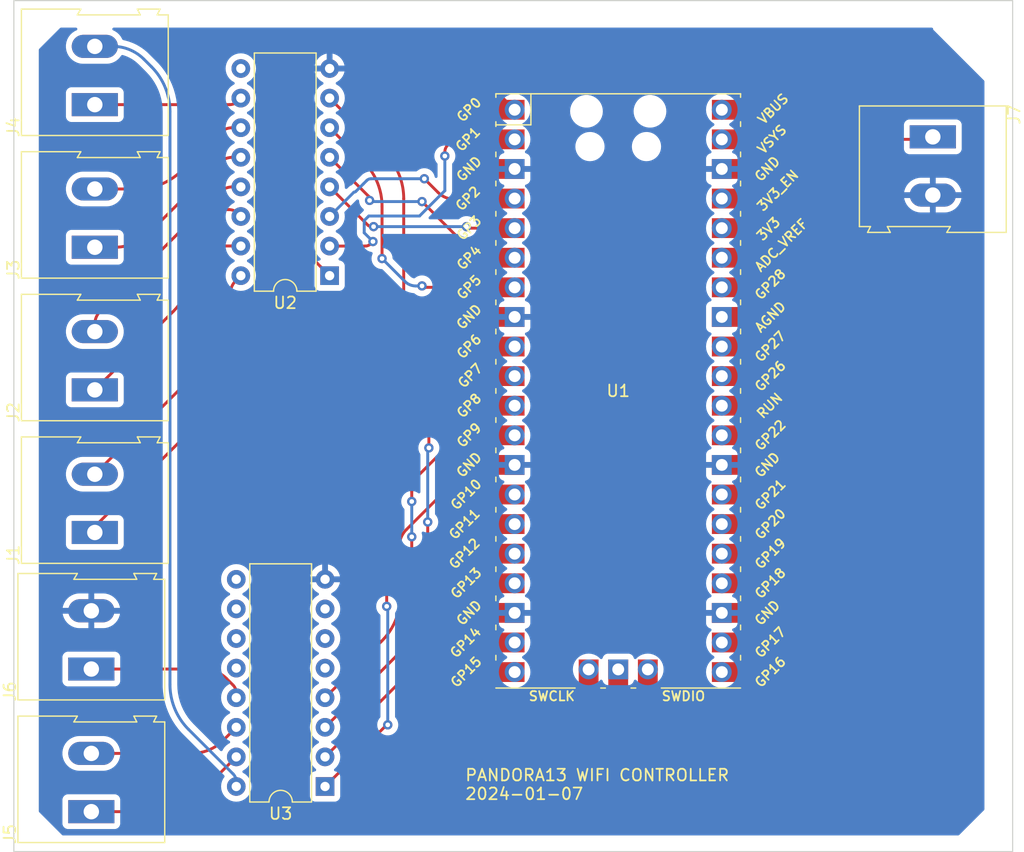
<source format=kicad_pcb>
(kicad_pcb (version 20221018) (generator pcbnew)
  (layers (0 "F.Cu" signal) (31 "B.Cu" signal) (34 "B.Paste" user) (35 "F.Paste" user) (36 "B.SilkS" user "B.Silkscreen") (37 "F.SilkS" user "F.Silkscreen") (38 "B.Mask" user) (39 "F.Mask" user) (44 "Edge.Cuts" user))
  (net 0 "")
  (net 1 "Net-(J1-Pin_1)")
  (net 2 "Net-(J1-Pin_2)")
  (net 3 "Net-(J2-Pin_1)")
  (net 4 "Net-(J2-Pin_2)")
  (net 5 "Net-(J3-Pin_1)")
  (net 6 "Net-(J3-Pin_2)")
  (net 7 "Net-(J4-Pin_1)")
  (net 8 "Net-(J4-Pin_2)")
  (net 9 "Net-(J5-Pin_1)")
  (net 10 "Net-(J5-Pin_2)")
  (net 11 "Net-(J6-Pin_1)")
  (net 12 "GND")
  (net 13 "+5V")
  (net 14 "Net-(U1-GPIO0)")
  (net 15 "Net-(U1-GPIO1)")
  (net 16 "Net-(U1-GPIO2)")
  (net 17 "Net-(U1-GPIO3)")
  (net 18 "Net-(U1-GPIO4)")
  (net 19 "Net-(U1-GPIO5)")
  (net 20 "Net-(U1-GPIO6)")
  (net 21 "Net-(U1-GPIO7)")
  (net 22 "Net-(U1-GPIO8)")
  (net 23 "Net-(U1-GPIO9)")
  (net 24 "Net-(U1-GPIO10)")
  (footprint "TerminalBlock:TerminalBlock_Altech_AK300-2_P5.00mm" (layer "F.Cu") (at 57.14 98.87 90)
    (fp_text reference "J1" (at -1.92 -6.99 90) (layer "F.SilkS"))
    (fp_text value "Screw_Terminal_01x02" hide)
    (pad "1" thru_hole rect (at 0 0 90) (size 1.98 3.96) (drill 1.32) (layers "*.Cu" "*.Mask") (net 1 "Net-(J1-Pin_1)"))
    (pad "2" thru_hole oval (at 5 0 90) (size 1.98 3.96) (drill 1.32) (layers "*.Cu" "*.Mask") (net 2 "Net-(J1-Pin_2)"))
  )
  (footprint "TerminalBlock:TerminalBlock_Altech_AK300-2_P5.00mm" (layer "F.Cu") (at 56.84 110.59 90)
    (fp_text reference "J6" (at -1.92 -6.99 90) (layer "F.SilkS"))
    (fp_text value "Screw_Terminal_01x02" hide)
    (pad "1" thru_hole rect (at 0 0 90) (size 1.98 3.96) (drill 1.32) (layers "*.Cu" "*.Mask") (net 11 "Net-(J6-Pin_1)"))
    (pad "2" thru_hole oval (at 5 0 90) (size 1.98 3.96) (drill 1.32) (layers "*.Cu" "*.Mask") (net 12 "GND"))
  )
  (footprint "Package_DIP:DIP-16_W7.62mm" (layer "F.Cu") (at 77.29 76.83 180)
    (fp_text reference "U2" (at 3.81 -2.33) (layer "F.SilkS"))
    (fp_text value "ULN2003")
    (pad "1" thru_hole rect (at 0 0 180) (size 1.6 1.6) (drill 0.8) (layers "*.Cu" "*.Mask") (net 14 "Net-(U1-GPIO0)"))
    (pad "2" thru_hole oval (at 0 2.54 180) (size 1.6 1.6) (drill 0.8) (layers "*.Cu" "*.Mask") (net 15 "Net-(U1-GPIO1)"))
    (pad "3" thru_hole oval (at 0 5.08 180) (size 1.6 1.6) (drill 0.8) (layers "*.Cu" "*.Mask") (net 16 "Net-(U1-GPIO2)"))
    (pad "4" thru_hole oval (at 0 7.62 180) (size 1.6 1.6) (drill 0.8) (layers "*.Cu" "*.Mask") (net 17 "Net-(U1-GPIO3)"))
    (pad "5" thru_hole oval (at 0 10.16 180) (size 1.6 1.6) (drill 0.8) (layers "*.Cu" "*.Mask") (net 18 "Net-(U1-GPIO4)"))
    (pad "6" thru_hole oval (at 0 12.7 180) (size 1.6 1.6) (drill 0.8) (layers "*.Cu" "*.Mask") (net 19 "Net-(U1-GPIO5)"))
    (pad "7" thru_hole oval (at 0 15.24 180) (size 1.6 1.6) (drill 0.8) (layers "*.Cu" "*.Mask") (net 20 "Net-(U1-GPIO6)"))
    (pad "8" thru_hole oval (at 0 17.78 180) (size 1.6 1.6) (drill 0.8) (layers "*.Cu" "*.Mask") (net 12 "GND"))
    (pad "9" thru_hole oval (at 7.62 17.78 180) (size 1.6 1.6) (drill 0.8) (layers "*.Cu" "*.Mask"))
    (pad "10" thru_hole oval (at 7.62 15.24 180) (size 1.6 1.6) (drill 0.8) (layers "*.Cu" "*.Mask") (net 7 "Net-(J4-Pin_1)"))
    (pad "11" thru_hole oval (at 7.62 12.7 180) (size 1.6 1.6) (drill 0.8) (layers "*.Cu" "*.Mask") (net 6 "Net-(J3-Pin_2)"))
    (pad "12" thru_hole oval (at 7.62 10.16 180) (size 1.6 1.6) (drill 0.8) (layers "*.Cu" "*.Mask") (net 5 "Net-(J3-Pin_1)"))
    (pad "13" thru_hole oval (at 7.62 7.62 180) (size 1.6 1.6) (drill 0.8) (layers "*.Cu" "*.Mask") (net 4 "Net-(J2-Pin_2)"))
    (pad "14" thru_hole oval (at 7.62 5.08 180) (size 1.6 1.6) (drill 0.8) (layers "*.Cu" "*.Mask") (net 3 "Net-(J2-Pin_1)"))
    (pad "15" thru_hole oval (at 7.62 2.54 180) (size 1.6 1.6) (drill 0.8) (layers "*.Cu" "*.Mask") (net 2 "Net-(J1-Pin_2)"))
    (pad "16" thru_hole oval (at 7.62 0 180) (size 1.6 1.6) (drill 0.8) (layers "*.Cu" "*.Mask") (net 1 "Net-(J1-Pin_1)"))
  )
  (footprint "TerminalBlock:TerminalBlock_Altech_AK300-2_P5.00mm" (layer "F.Cu") (at 57.14 62.15 90)
    (fp_text reference "J4" (at -1.92 -6.99 90) (layer "F.SilkS"))
    (fp_text value "Screw_Terminal_01x02" hide)
    (pad "1" thru_hole rect (at 0 0 90) (size 1.98 3.96) (drill 1.32) (layers "*.Cu" "*.Mask") (net 7 "Net-(J4-Pin_1)"))
    (pad "2" thru_hole oval (at 5 0 90) (size 1.98 3.96) (drill 1.32) (layers "*.Cu" "*.Mask") (net 8 "Net-(J4-Pin_2)"))
  )
  (footprint "TerminalBlock:TerminalBlock_Altech_AK300-2_P5.00mm" (layer "F.Cu") (at 56.84 122.83 90)
    (fp_text reference "J5" (at -1.92 -6.99 90) (layer "F.SilkS"))
    (fp_text value "Screw_Terminal_01x02" hide)
    (pad "1" thru_hole rect (at 0 0 90) (size 1.98 3.96) (drill 1.32) (layers "*.Cu" "*.Mask") (net 9 "Net-(J5-Pin_1)"))
    (pad "2" thru_hole oval (at 5 0 90) (size 1.98 3.96) (drill 1.32) (layers "*.Cu" "*.Mask") (net 10 "Net-(J5-Pin_2)"))
  )
  (footprint "TerminalBlock:TerminalBlock_Altech_AK300-2_P5.00mm" (layer "F.Cu") (at 57.14 74.39 90)
    (fp_text reference "J3" (at -1.92 -6.99 90) (layer "F.SilkS"))
    (fp_text value "Screw_Terminal_01x02" hide)
    (pad "1" thru_hole rect (at 0 0 90) (size 1.98 3.96) (drill 1.32) (layers "*.Cu" "*.Mask") (net 5 "Net-(J3-Pin_1)"))
    (pad "2" thru_hole oval (at 5 0 90) (size 1.98 3.96) (drill 1.32) (layers "*.Cu" "*.Mask") (net 6 "Net-(J3-Pin_2)"))
  )
  (footprint "TerminalBlock:TerminalBlock_Altech_AK300-2_P5.00mm" (layer "F.Cu") (at 129.06 64.915 -90)
    (fp_text reference "J7" (at -1.92 -6.99 90) (layer "F.SilkS"))
    (fp_text value "Screw_Terminal_01x02")
    (pad "1" thru_hole rect (at 0 0 270) (size 1.98 3.96) (drill 1.32) (layers "*.Cu" "*.Mask") (net 13 "+5V"))
    (pad "2" thru_hole oval (at 5 0 270) (size 1.98 3.96) (drill 1.32) (layers "*.Cu" "*.Mask") (net 12 "GND"))
  )
  (footprint "RaspberryPi_foundation:RPi_Pico_SMD_TH" (layer "F.Cu") (at 102.06 86.72)
    (fp_text reference "U1" (at 0 0) (layer "F.SilkS"))
    (fp_text value "Pico")
    (fp_text user "GP5" (at -12.8 -8.89 45) (layer "F.SilkS") (effects (font (size 0.8 0.8))))
    (fp_text user "GP18" (at 13.054 16.51 45) (layer "F.SilkS") (effects (font (size 0.8 0.8))))
    (fp_text user "GP12" (at -13.2 13.97 45) (layer "F.SilkS") (effects (font (size 0.8 0.8))))
    (fp_text user "GP13" (at -13.054 16.51 45) (layer "F.SilkS") (effects (font (size 0.8 0.8))))
    (fp_text user "GP26" (at 13.054 -1.27 45) (layer "F.SilkS") (effects (font (size 0.8 0.8))))
    (fp_text user "GP2" (at -12.9 -16.51 45) (layer "F.SilkS") (effects (font (size 0.8 0.8))))
    (fp_text user "GP16" (at 13.054 24.13 45) (layer "F.SilkS") (effects (font (size 0.8 0.8))))
    (fp_text user "GP14" (at -13.1 21.59 45) (layer "F.SilkS") (effects (font (size 0.8 0.8))))
    (fp_text user "3V3_EN" (at 13.7 -17.2 45) (layer "F.SilkS") (effects (font (size 0.8 0.8))))
    (fp_text user "GP8" (at -12.8 1.27 45) (layer "F.SilkS") (effects (font (size 0.8 0.8))))
    (fp_text user "GP27" (at 13.054 -3.8 45) (layer "F.SilkS") (effects (font (size 0.8 0.8))))
    (fp_text user "GP4" (at -12.8 -11.43 45) (layer "F.SilkS") (effects (font (size 0.8 0.8))))
    (fp_text user "GND" (at 12.8 19.05 45) (layer "F.SilkS") (effects (font (size 0.8 0.8))))
    (fp_text user "VSYS" (at 13.2 -21.59 45) (layer "F.SilkS") (effects (font (size 0.8 0.8))))
    (fp_text user "GP20" (at 13.054 11.43 45) (layer "F.SilkS") (effects (font (size 0.8 0.8))))
    (fp_text user "GP15" (at -13.054 24.13 45) (layer "F.SilkS") (effects (font (size 0.8 0.8))))
    (fp_text user "GP10" (at -13.054 8.89 45) (layer "F.SilkS") (effects (font (size 0.8 0.8))))
    (fp_text user "GP1" (at -12.9 -21.6 45) (layer "F.SilkS") (effects (font (size 0.8 0.8))))
    (fp_text user "GP19" (at 13.054 13.97 45) (layer "F.SilkS") (effects (font (size 0.8 0.8))))
    (fp_text user "GP3" (at -12.8 -13.97 45) (layer "F.SilkS") (effects (font (size 0.8 0.8))))
    (fp_text user "GP17" (at 13.054 21.59 45) (layer "F.SilkS") (effects (font (size 0.8 0.8))))
    (fp_text user "GP7" (at -12.7 -1.3 45) (layer "F.SilkS") (effects (font (size 0.8 0.8))))
    (fp_text user "GND" (at 12.8 -19.05 45) (layer "F.SilkS") (effects (font (size 0.8 0.8))))
    (fp_text user "SWDIO" (at 5.6 26.2) (layer "F.SilkS") (effects (font (size 0.8 0.8))))
    (fp_text user "SWCLK" (at -5.7 26.2) (layer "F.SilkS") (effects (font (size 0.8 0.8))))
    (fp_text user "AGND" (at 13.054 -6.35 45) (layer "F.SilkS") (effects (font (size 0.8 0.8))))
    (fp_text user "GND" (at -12.8 6.35 45) (layer "F.SilkS") (effects (font (size 0.8 0.8))))
    (fp_text user "3V3" (at 12.9 -13.9 45) (layer "F.SilkS") (effects (font (size 0.8 0.8))))
    (fp_text user "GP6" (at -12.8 -3.81 45) (layer "F.SilkS") (effects (font (size 0.8 0.8))))
    (fp_text user "ADC_VREF" (at 14 -12.5 45) (layer "F.SilkS") (effects (font (size 0.8 0.8))))
    (fp_text user "GP22" (at 13.054 3.81 45) (layer "F.SilkS") (effects (font (size 0.8 0.8))))
    (fp_text user "GND" (at -12.8 19.05 45) (layer "F.SilkS") (effects (font (size 0.8 0.8))))
    (fp_text user "VBUS" (at 13.3 -24.2 45) (layer "F.SilkS") (effects (font (size 0.8 0.8))))
    (fp_text user "GND" (at 12.8 6.35 45) (layer "F.SilkS") (effects (font (size 0.8 0.8))))
    (fp_text user "GP11" (at -13.2 11.43 45) (layer "F.SilkS") (effects (font (size 0.8 0.8))))
    (fp_text user "GND" (at -12.8 -19.05 45) (layer "F.SilkS") (effects (font (size 0.8 0.8))))
    (fp_text user "GP0" (at -12.8 -24.13 45) (layer "F.SilkS") (effects (font (size 0.8 0.8))))
    (fp_text user "GP9" (at -12.8 3.81 45) (layer "F.SilkS") (effects (font (size 0.8 0.8))))
    (fp_text user "GND" (at -12.8 -6.35 45) (layer "F.SilkS") (effects (font (size 0.8 0.8))))
    (fp_text user "GP21" (at 13.054 8.9 45) (layer "F.SilkS") (effects (font (size 0.8 0.8))))
    (fp_text user "RUN" (at 13 1.27 45) (layer "F.SilkS") (effects (font (size 0.8 0.8))))
    (fp_text user "GP28" (at 13.054 -9.144 45) (layer "F.SilkS") (effects (font (size 0.8 0.8))))
    (pad "" np_thru_hole oval (at -2.725 -24) (size 1.8 1.8) (drill 1.8) (layers "*.Cu" "*.Mask"))
    (pad "" np_thru_hole oval (at -2.425 -20.97) (size 1.5 1.5) (drill 1.5) (layers "*.Cu" "*.Mask"))
    (pad "" np_thru_hole oval (at 2.425 -20.97) (size 1.5 1.5) (drill 1.5) (layers "*.Cu" "*.Mask"))
    (pad "" np_thru_hole oval (at 2.725 -24) (size 1.8 1.8) (drill 1.8) (layers "*.Cu" "*.Mask"))
    (pad "1" thru_hole oval (at -8.89 -24.13) (size 1.7 1.7) (drill 1.02) (layers "*.Cu" "*.Mask") (net 14 "Net-(U1-GPIO0)"))
    (pad "1" smd rect (at -8.89 -24.13) (size 3.5 1.7) (drill (offset -0.9 0)) (layers "F.Cu" "F.Mask") (net 14 "Net-(U1-GPIO0)"))
    (pad "2" thru_hole oval (at -8.89 -21.59) (size 1.7 1.7) (drill 1.02) (layers "*.Cu" "*.Mask") (net 15 "Net-(U1-GPIO1)"))
    (pad "2" smd rect (at -8.89 -21.59) (size 3.5 1.7) (drill (offset -0.9 0)) (layers "F.Cu" "F.Mask") (net 15 "Net-(U1-GPIO1)"))
    (pad "3" thru_hole rect (at -8.89 -19.05) (size 1.7 1.7) (drill 1.02) (layers "*.Cu" "*.Mask") (net 12 "GND"))
    (pad "3" smd rect (at -8.89 -19.05) (size 3.5 1.7) (drill (offset -0.9 0)) (layers "F.Cu" "F.Mask") (net 12 "GND"))
    (pad "4" thru_hole oval (at -8.89 -16.51) (size 1.7 1.7) (drill 1.02) (layers "*.Cu" "*.Mask") (net 16 "Net-(U1-GPIO2)"))
    (pad "4" smd rect (at -8.89 -16.51) (size 3.5 1.7) (drill (offset -0.9 0)) (layers "F.Cu" "F.Mask") (net 16 "Net-(U1-GPIO2)"))
    (pad "5" thru_hole oval (at -8.89 -13.97) (size 1.7 1.7) (drill 1.02) (layers "*.Cu" "*.Mask") (net 17 "Net-(U1-GPIO3)"))
    (pad "5" smd rect (at -8.89 -13.97) (size 3.5 1.7) (drill (offset -0.9 0)) (layers "F.Cu" "F.Mask") (net 17 "Net-(U1-GPIO3)"))
    (pad "6" thru_hole oval (at -8.89 -11.43) (size 1.7 1.7) (drill 1.02) (layers "*.Cu" "*.Mask") (net 18 "Net-(U1-GPIO4)"))
    (pad "6" smd rect (at -8.89 -11.43) (size 3.5 1.7) (drill (offset -0.9 0)) (layers "F.Cu" "F.Mask") (net 18 "Net-(U1-GPIO4)"))
    (pad "7" thru_hole oval (at -8.89 -8.89) (size 1.7 1.7) (drill 1.02) (layers "*.Cu" "*.Mask") (net 19 "Net-(U1-GPIO5)"))
    (pad "7" smd rect (at -8.89 -8.89) (size 3.5 1.7) (drill (offset -0.9 0)) (layers "F.Cu" "F.Mask") (net 19 "Net-(U1-GPIO5)"))
    (pad "8" thru_hole rect (at -8.89 -6.35) (size 1.7 1.7) (drill 1.02) (layers "*.Cu" "*.Mask") (net 12 "GND"))
    (pad "8" smd rect (at -8.89 -6.35) (size 3.5 1.7) (drill (offset -0.9 0)) (layers "F.Cu" "F.Mask") (net 12 "GND"))
    (pad "9" thru_hole oval (at -8.89 -3.81) (size 1.7 1.7) (drill 1.02) (layers "*.Cu" "*.Mask") (net 20 "Net-(U1-GPIO6)"))
    (pad "9" smd rect (at -8.89 -3.81) (size 3.5 1.7) (drill (offset -0.9 0)) (layers "F.Cu" "F.Mask") (net 20 "Net-(U1-GPIO6)"))
    (pad "10" thru_hole oval (at -8.89 -1.27) (size 1.7 1.7) (drill 1.02) (layers "*.Cu" "*.Mask") (net 21 "Net-(U1-GPIO7)"))
    (pad "10" smd rect (at -8.89 -1.27) (size 3.5 1.7) (drill (offset -0.9 0)) (layers "F.Cu" "F.Mask") (net 21 "Net-(U1-GPIO7)"))
    (pad "11" thru_hole oval (at -8.89 1.27) (size 1.7 1.7) (drill 1.02) (layers "*.Cu" "*.Mask") (net 22 "Net-(U1-GPIO8)"))
    (pad "11" smd rect (at -8.89 1.27) (size 3.5 1.7) (drill (offset -0.9 0)) (layers "F.Cu" "F.Mask") (net 22 "Net-(U1-GPIO8)"))
    (pad "12" thru_hole oval (at -8.89 3.81) (size 1.7 1.7) (drill 1.02) (layers "*.Cu" "*.Mask") (net 23 "Net-(U1-GPIO9)"))
    (pad "12" smd rect (at -8.89 3.81) (size 3.5 1.7) (drill (offset -0.9 0)) (layers "F.Cu" "F.Mask") (net 23 "Net-(U1-GPIO9)"))
    (pad "13" thru_hole rect (at -8.89 6.35) (size 1.7 1.7) (drill 1.02) (layers "*.Cu" "*.Mask") (net 12 "GND"))
    (pad "13" smd rect (at -8.89 6.35) (size 3.5 1.7) (drill (offset -0.9 0)) (layers "F.Cu" "F.Mask") (net 12 "GND"))
    (pad "14" thru_hole oval (at -8.89 8.89) (size 1.7 1.7) (drill 1.02) (layers "*.Cu" "*.Mask") (net 24 "Net-(U1-GPIO10)"))
    (pad "14" smd rect (at -8.89 8.89) (size 3.5 1.7) (drill (offset -0.9 0)) (layers "F.Cu" "F.Mask") (net 24 "Net-(U1-GPIO10)"))
    (pad "15" thru_hole oval (at -8.89 11.43) (size 1.7 1.7) (drill 1.02) (layers "*.Cu" "*.Mask"))
    (pad "15" smd rect (at -8.89 11.43) (size 3.5 1.7) (drill (offset -0.9 0)) (layers "F.Cu" "F.Mask"))
    (pad "16" thru_hole oval (at -8.89 13.97) (size 1.7 1.7) (drill 1.02) (layers "*.Cu" "*.Mask"))
    (pad "16" smd rect (at -8.89 13.97) (size 3.5 1.7) (drill (offset -0.9 0)) (layers "F.Cu" "F.Mask"))
    (pad "17" thru_hole oval (at -8.89 16.51) (size 1.7 1.7) (drill 1.02) (layers "*.Cu" "*.Mask"))
    (pad "17" smd rect (at -8.89 16.51) (size 3.5 1.7) (drill (offset -0.9 0)) (layers "F.Cu" "F.Mask"))
    (pad "18" thru_hole rect (at -8.89 19.05) (size 1.7 1.7) (drill 1.02) (layers "*.Cu" "*.Mask") (net 12 "GND"))
    (pad "18" smd rect (at -8.89 19.05) (size 3.5 1.7) (drill (offset -0.9 0)) (layers "F.Cu" "F.Mask") (net 12 "GND"))
    (pad "19" thru_hole oval (at -8.89 21.59) (size 1.7 1.7) (drill 1.02) (layers "*.Cu" "*.Mask"))
    (pad "19" smd rect (at -8.89 21.59) (size 3.5 1.7) (drill (offset -0.9 0)) (layers "F.Cu" "F.Mask"))
    (pad "20" thru_hole oval (at -8.89 24.13) (size 1.7 1.7) (drill 1.02) (layers "*.Cu" "*.Mask"))
    (pad "20" smd rect (at -8.89 24.13) (size 3.5 1.7) (drill (offset -0.9 0)) (layers "F.Cu" "F.Mask"))
    (pad "21" thru_hole oval (at 8.89 24.13) (size 1.7 1.7) (drill 1.02) (layers "*.Cu" "*.Mask"))
    (pad "21" smd rect (at 8.89 24.13) (size 3.5 1.7) (drill (offset 0.9 0)) (layers "F.Cu" "F.Mask"))
    (pad "22" thru_hole oval (at 8.89 21.59) (size 1.7 1.7) (drill 1.02) (layers "*.Cu" "*.Mask"))
    (pad "22" smd rect (at 8.89 21.59) (size 3.5 1.7) (drill (offset 0.9 0)) (layers "F.Cu" "F.Mask"))
    (pad "23" thru_hole rect (at 8.89 19.05) (size 1.7 1.7) (drill 1.02) (layers "*.Cu" "*.Mask") (net 12 "GND"))
    (pad "23" smd rect (at 8.89 19.05) (size 3.5 1.7) (drill (offset 0.9 0)) (layers "F.Cu" "F.Mask") (net 12 "GND"))
    (pad "24" thru_hole oval (at 8.89 16.51) (size 1.7 1.7) (drill 1.02) (layers "*.Cu" "*.Mask"))
    (pad "24" smd rect (at 8.89 16.51) (size 3.5 1.7) (drill (offset 0.9 0)) (layers "F.Cu" "F.Mask"))
    (pad "25" thru_hole oval (at 8.89 13.97) (size 1.7 1.7) (drill 1.02) (layers "*.Cu" "*.Mask"))
    (pad "25" smd rect (at 8.89 13.97) (size 3.5 1.7) (drill (offset 0.9 0)) (layers "F.Cu" "F.Mask"))
    (pad "26" thru_hole oval (at 8.89 11.43) (size 1.7 1.7) (drill 1.02) (layers "*.Cu" "*.Mask"))
    (pad "26" smd rect (at 8.89 11.43) (size 3.5 1.7) (drill (offset 0.9 0)) (layers "F.Cu" "F.Mask"))
    (pad "27" thru_hole oval (at 8.89 8.89) (size 1.7 1.7) (drill 1.02) (layers "*.Cu" "*.Mask"))
    (pad "27" smd rect (at 8.89 8.89) (size 3.5 1.7) (drill (offset 0.9 0)) (layers "F.Cu" "F.Mask"))
    (pad "28" thru_hole rect (at 8.89 6.35) (size 1.7 1.7) (drill 1.02) (layers "*.Cu" "*.Mask") (net 12 "GND"))
    (pad "28" smd rect (at 8.89 6.35) (size 3.5 1.7) (drill (offset 0.9 0)) (layers "F.Cu" "F.Mask") (net 12 "GND"))
    (pad "29" thru_hole oval (at 8.89 3.81) (size 1.7 1.7) (drill 1.02) (layers "*.Cu" "*.Mask"))
    (pad "29" smd rect (at 8.89 3.81) (size 3.5 1.7) (drill (offset 0.9 0)) (layers "F.Cu" "F.Mask"))
    (pad "30" thru_hole oval (at 8.89 1.27) (size 1.7 1.7) (drill 1.02) (layers "*.Cu" "*.Mask"))
    (pad "30" smd rect (at 8.89 1.27) (size 3.5 1.7) (drill (offset 0.9 0)) (layers "F.Cu" "F.Mask"))
    (pad "31" thru_hole oval (at 8.89 -1.27) (size 1.7 1.7) (drill 1.02) (layers "*.Cu" "*.Mask"))
    (pad "31" smd rect (at 8.89 -1.27) (size 3.5 1.7) (drill (offset 0.9 0)) (layers "F.Cu" "F.Mask"))
    (pad "32" thru_hole oval (at 8.89 -3.81) (size 1.7 1.7) (drill 1.02) (layers "*.Cu" "*.Mask"))
    (pad "32" smd rect (at 8.89 -3.81) (size 3.5 1.7) (drill (offset 0.9 0)) (layers "F.Cu" "F.Mask"))
    (pad "33" thru_hole rect (at 8.89 -6.35) (size 1.7 1.7) (drill 1.02) (layers "*.Cu" "*.Mask"))
    (pad "33" smd rect (at 8.89 -6.35) (size 3.5 1.7) (drill (offset 0.9 0)) (layers "F.Cu" "F.Mask"))
    (pad "34" thru_hole oval (at 8.89 -8.89) (size 1.7 1.7) (drill 1.02) (layers "*.Cu" "*.Mask"))
    (pad "34" smd rect (at 8.89 -8.89) (size 3.5 1.7) (drill (offset 0.9 0)) (layers "F.Cu" "F.Mask"))
    (pad "35" thru_hole oval (at 8.89 -11.43) (size 1.7 1.7) (drill 1.02) (layers "*.Cu" "*.Mask"))
    (pad "35" smd rect (at 8.89 -11.43) (size 3.5 1.7) (drill (offset 0.9 0)) (layers "F.Cu" "F.Mask"))
    (pad "36" thru_hole oval (at 8.89 -13.97) (size 1.7 1.7) (drill 1.02) (layers "*.Cu" "*.Mask"))
    (pad "36" smd rect (at 8.89 -13.97) (size 3.5 1.7) (drill (offset 0.9 0)) (layers "F.Cu" "F.Mask"))
    (pad "37" thru_hole oval (at 8.89 -16.51) (size 1.7 1.7) (drill 1.02) (layers "*.Cu" "*.Mask"))
    (pad "37" smd rect (at 8.89 -16.51) (size 3.5 1.7) (drill (offset 0.9 0)) (layers "F.Cu" "F.Mask"))
    (pad "38" thru_hole rect (at 8.89 -19.05) (size 1.7 1.7) (drill 1.02) (layers "*.Cu" "*.Mask") (net 12 "GND"))
    (pad "38" smd rect (at 8.89 -19.05) (size 3.5 1.7) (drill (offset 0.9 0)) (layers "F.Cu" "F.Mask") (net 12 "GND"))
    (pad "39" thru_hole oval (at 8.89 -21.59) (size 1.7 1.7) (drill 1.02) (layers "*.Cu" "*.Mask") (net 13 "+5V"))
    (pad "39" smd rect (at 8.89 -21.59) (size 3.5 1.7) (drill (offset 0.9 0)) (layers "F.Cu" "F.Mask") (net 13 "+5V"))
    (pad "40" thru_hole oval (at 8.89 -24.13) (size 1.7 1.7) (drill 1.02) (layers "*.Cu" "*.Mask"))
    (pad "40" smd rect (at 8.89 -24.13) (size 3.5 1.7) (drill (offset 0.9 0)) (layers "F.Cu" "F.Mask"))
    (pad "41" thru_hole oval (at -2.54 23.9) (size 1.7 1.7) (drill 1.02) (layers "*.Cu" "*.Mask"))
    (pad "41" smd rect (at -2.54 23.9 90) (size 3.5 1.7) (drill (offset -0.9 0)) (layers "F.Cu" "F.Mask"))
    (pad "42" thru_hole rect (at 0 23.9) (size 1.7 1.7) (drill 1.02) (layers "*.Cu" "*.Mask"))
    (pad "42" smd rect (at 0 23.9 90) (size 3.5 1.7) (drill (offset -0.9 0)) (layers "F.Cu" "F.Mask"))
    (pad "43" thru_hole oval (at 2.54 23.9) (size 1.7 1.7) (drill 1.02) (layers "*.Cu" "*.Mask"))
    (pad "43" smd rect (at 2.54 23.9 90) (size 3.5 1.7) (drill (offset -0.9 0)) (layers "F.Cu" "F.Mask"))
  )
  (footprint "TerminalBlock:TerminalBlock_Altech_AK300-2_P5.00mm" (layer "F.Cu") (at 57.14 86.63 90)
    (fp_text reference "J2" (at -1.92 -6.99 90) (layer "F.SilkS"))
    (fp_text value "Screw_Terminal_01x02" hide)
    (pad "1" thru_hole rect (at 0 0 90) (size 1.98 3.96) (drill 1.32) (layers "*.Cu" "*.Mask") (net 3 "Net-(J2-Pin_1)"))
    (pad "2" thru_hole oval (at 5 0 90) (size 1.98 3.96) (drill 1.32) (layers "*.Cu" "*.Mask") (net 4 "Net-(J2-Pin_2)"))
  )
  (footprint "Package_DIP:DIP-16_W7.62mm" (layer "F.Cu") (at 76.9 120.67 180)
    (fp_text reference "U3" (at 3.81 -2.33) (layer "F.SilkS"))
    (fp_text value "ULN2003")
    (pad "1" thru_hole rect (at 0 0 180) (size 1.6 1.6) (drill 0.8) (layers "*.Cu" "*.Mask") (net 21 "Net-(U1-GPIO7)"))
    (pad "2" thru_hole oval (at 0 2.54 180) (size 1.6 1.6) (drill 0.8) (layers "*.Cu" "*.Mask") (net 22 "Net-(U1-GPIO8)"))
    (pad "3" thru_hole oval (at 0 5.08 180) (size 1.6 1.6) (drill 0.8) (layers "*.Cu" "*.Mask") (net 23 "Net-(U1-GPIO9)"))
    (pad "4" thru_hole oval (at 0 7.62 180) (size 1.6 1.6) (drill 0.8) (layers "*.Cu" "*.Mask") (net 24 "Net-(U1-GPIO10)"))
    (pad "5" thru_hole oval (at 0 10.16 180) (size 1.6 1.6) (drill 0.8) (layers "*.Cu" "*.Mask"))
    (pad "6" thru_hole oval (at 0 12.7 180) (size 1.6 1.6) (drill 0.8) (layers "*.Cu" "*.Mask"))
    (pad "7" thru_hole oval (at 0 15.24 180) (size 1.6 1.6) (drill 0.8) (layers "*.Cu" "*.Mask"))
    (pad "8" thru_hole oval (at 0 17.78 180) (size 1.6 1.6) (drill 0.8) (layers "*.Cu" "*.Mask") (net 12 "GND"))
    (pad "9" thru_hole oval (at 7.62 17.78 180) (size 1.6 1.6) (drill 0.8) (layers "*.Cu" "*.Mask"))
    (pad "10" thru_hole oval (at 7.62 15.24 180) (size 1.6 1.6) (drill 0.8) (layers "*.Cu" "*.Mask"))
    (pad "11" thru_hole oval (at 7.62 12.7 180) (size 1.6 1.6) (drill 0.8) (layers "*.Cu" "*.Mask"))
    (pad "12" thru_hole oval (at 7.62 10.16 180) (size 1.6 1.6) (drill 0.8) (layers "*.Cu" "*.Mask"))
    (pad "13" thru_hole oval (at 7.62 7.62 180) (size 1.6 1.6) (drill 0.8) (layers "*.Cu" "*.Mask") (net 11 "Net-(J6-Pin_1)"))
    (pad "14" thru_hole oval (at 7.62 5.08 180) (size 1.6 1.6) (drill 0.8) (layers "*.Cu" "*.Mask") (net 10 "Net-(J5-Pin_2)"))
    (pad "15" thru_hole oval (at 7.62 2.54 180) (size 1.6 1.6) (drill 0.8) (layers "*.Cu" "*.Mask") (net 9 "Net-(J5-Pin_1)"))
    (pad "16" thru_hole oval (at 7.62 0 180) (size 1.6 1.6) (drill 0.8) (layers "*.Cu" "*.Mask") (net 8 "Net-(J4-Pin_2)"))
  )
  (gr_rect (start 50.19 53.22) (end 135.91 126.26) (stroke (width 0.1)) (fill none) (layer "Edge.Cuts"))
  (gr_text "PANDORA13 WIFI CONTROLLER\n2024-01-07" (at 88.85 121.89) (layer "F.SilkS") (effects (font (size 1 1)) (justify left bottom)))
  (segment (start 68.78 84.466036) (end 68.78 78.349325) (width 0.25) (layer "F.Cu") (net 1))
  (segment (start 57.14 98.615) (end 57.14 98.87) (width 0.25) (layer "F.Cu") (net 1))
  (segment (start 69.225 77.275) (end 69.67 76.83) (width 0.25) (layer "F.Cu") (net 1))
  (segment (start 57.320312 98.179687) (end 67.186207 88.313792) (width 0.25) (layer "F.Cu") (net 1))
  (arc (start 57.320312 98.179687) (mid 57.186861 98.37941) (end 57.14 98.615) (width 0.25) (layer "F.Cu") (net 1))
  (arc (start 68.78 84.466036) (mid 68.365786 86.548426) (end 67.186207 88.313792) (width 0.25) (layer "F.Cu") (net 1))
  (arc (start 69.225 77.275) (mid 68.895651 77.767904) (end 68.78 78.349325) (width 0.25) (layer "F.Cu") (net 1))
  (segment (start 69.665 74.285) (end 69.67 74.29) (width 0.25) (layer "F.Cu") (net 2))
  (segment (start 64.836207 86.173792) (end 57.14 93.87) (width 0.25) (layer "F.Cu") (net 2))
  (segment (start 69.652928 74.28) (end 68.273675 74.28) (width 0.25) (layer "F.Cu") (net 2))
  (segment (start 66.43 82.326036) (end 66.43 76.123675) (width 0.25) (layer "F.Cu") (net 2))
  (arc (start 69.665 74.285) (mid 69.659461 74.281299) (end 69.652928 74.28) (width 0.25) (layer "F.Cu") (net 2))
  (arc (start 66.97 74.82) (mid 66.570341 75.418131) (end 66.43 76.123675) (width 0.25) (layer "F.Cu") (net 2))
  (arc (start 68.273675 74.28) (mid 67.568131 74.420341) (end 66.97 74.82) (width 0.25) (layer "F.Cu") (net 2))
  (arc (start 66.43 82.326036) (mid 66.015786 84.408426) (end 64.836207 86.173792) (width 0.25) (layer "F.Cu") (net 2))
  (segment (start 68.662806 71.16) (end 67.7 71.16) (width 0.25) (layer "F.Cu") (net 3))
  (segment (start 69.375 71.455) (end 69.67 71.75) (width 0.25) (layer "F.Cu") (net 3))
  (segment (start 65.45 75.02735) (end 65.45 76.066036) (width 0.25) (layer "F.Cu") (net 3))
  (segment (start 63.856207 79.913792) (end 57.14 86.63) (width 0.25) (layer "F.Cu") (net 3))
  (segment (start 67.54636 71.403639) (end 66.53 72.42) (width 0.25) (layer "F.Cu") (net 3))
  (arc (start 69.375 71.455) (mid 69.048242 71.236668) (end 68.662806 71.16) (width 0.25) (layer "F.Cu") (net 3))
  (arc (start 67.61 71.25) (mid 67.59346 71.333148) (end 67.54636 71.403639) (width 0.25) (layer "F.Cu") (net 3))
  (arc (start 67.7 71.16) (mid 67.63636 71.18636) (end 67.61 71.25) (width 0.25) (layer "F.Cu") (net 3))
  (arc (start 66.53 72.42) (mid 65.730682 73.616262) (end 65.45 75.02735) (width 0.25) (layer "F.Cu") (net 3))
  (arc (start 65.45 76.066036) (mid 65.035786 78.148426) (end 63.856207 79.913792) (width 0.25) (layer "F.Cu") (net 3))
  (segment (start 57.14 80.99) (end 57.14 81.63) (width 0.25) (layer "F.Cu") (net 4))
  (segment (start 57.592548 79.897451) (end 67.78856 69.701439) (width 0.25) (layer "F.Cu") (net 4))
  (segment (start 68.975 69.21) (end 69.67 69.21) (width 0.25) (layer "F.Cu") (net 4))
  (arc (start 68.975 69.21) (mid 68.332903 69.33772) (end 67.78856 69.701439) (width 0.25) (layer "F.Cu") (net 4))
  (arc (start 57.592548 79.897451) (mid 57.257613 80.398716) (end 57.14 80.99) (width 0.25) (layer "F.Cu") (net 4))
  (segment (start 58.85 74.39) (end 57.14 74.39) (width 0.25) (layer "F.Cu") (net 5))
  (segment (start 61.769152 73.180847) (end 67.78856 67.161439) (width 0.25) (layer "F.Cu") (net 5))
  (segment (start 68.975 66.67) (end 69.67 66.67) (width 0.25) (layer "F.Cu") (net 5))
  (arc (start 61.769152 73.180847) (mid 60.429833 74.075751) (end 58.85 74.39) (width 0.25) (layer "F.Cu") (net 5))
  (arc (start 68.975 66.67) (mid 68.332903 66.79772) (end 67.78856 67.161439) (width 0.25) (layer "F.Cu") (net 5))
  (segment (start 60.766036 69.39) (end 57.14 69.39) (width 0.25) (layer "F.Cu") (net 6))
  (segment (start 68.975 64.13) (end 69.67 64.13) (width 0.25) (layer "F.Cu") (net 6))
  (segment (start 67.78856 64.621439) (end 64.613792 67.796207) (width 0.25) (layer "F.Cu") (net 6))
  (arc (start 64.613792 67.796207) (mid 62.848426 68.975786) (end 60.766036 69.39) (width 0.25) (layer "F.Cu") (net 6))
  (arc (start 68.975 64.13) (mid 68.332903 64.25772) (end 67.78856 64.621439) (width 0.25) (layer "F.Cu") (net 6))
  (segment (start 69.39 61.87) (end 69.67 61.59) (width 0.25) (layer "F.Cu") (net 7))
  (segment (start 68.71402 62.15) (end 57.14 62.15) (width 0.25) (layer "F.Cu") (net 7))
  (arc (start 69.39 61.87) (mid 69.079857 62.07723) (end 68.71402 62.15) (width 0.25) (layer "F.Cu") (net 7))
  (segment (start 63.59 111.921036) (end 63.59 62.743963) (width 0.25) (layer "B.Cu") (net 8))
  (segment (start 61.349551 58.249551) (end 61.996207 58.896207) (width 0.25) (layer "B.Cu") (net 8))
  (segment (start 69.28 120.2675) (end 69.28 120.67) (width 0.25) (layer "B.Cu") (net 8))
  (segment (start 58.695 57.15) (end 57.14 57.15) (width 0.25) (layer "B.Cu") (net 8))
  (segment (start 65.183792 115.768792) (end 68.995389 119.580389) (width 0.25) (layer "B.Cu") (net 8))
  (arc (start 61.996207 58.896207) (mid 63.175786 60.661572) (end 63.59 62.743963) (width 0.25) (layer "B.Cu") (net 8))
  (arc (start 63.59 111.921036) (mid 64.004213 114.003426) (end 65.183792 115.768792) (width 0.25) (layer "B.Cu") (net 8))
  (arc (start 61.349551 58.249551) (mid 60.131632 57.435763) (end 58.695 57.15) (width 0.25) (layer "B.Cu") (net 8))
  (arc (start 68.995389 119.580389) (mid 69.206032 119.895638) (end 69.28 120.2675) (width 0.25) (layer "B.Cu") (net 8))
  (segment (start 67.694185 120.085814) (end 66.3875 121.3925) (width 0.25) (layer "F.Cu") (net 9))
  (segment (start 62.917068 122.83) (end 56.84 122.83) (width 0.25) (layer "F.Cu") (net 9))
  (segment (start 67.955814 119.454185) (end 69.28 118.13) (width 0.25) (layer "F.Cu") (net 9))
  (arc (start 66.3875 121.3925) (mid 64.795252 122.456405) (end 62.917068 122.83) (width 0.25) (layer "F.Cu") (net 9))
  (arc (start 67.955814 119.454185) (mid 67.858997 119.599082) (end 67.825 119.77) (width 0.25) (layer "F.Cu") (net 9))
  (arc (start 67.825 119.77) (mid 67.791002 119.940917) (end 67.694185 120.085814) (width 0.25) (layer "F.Cu") (net 9))
  (segment (start 68.16 116.71) (end 69.28 115.59) (width 0.25) (layer "F.Cu") (net 10))
  (segment (start 65.45608 117.83) (end 56.84 117.83) (width 0.25) (layer "F.Cu") (net 10))
  (arc (start 68.16 116.71) (mid 66.919431 117.538921) (end 65.45608 117.83) (width 0.25) (layer "F.Cu") (net 10))
  (segment (start 66.454738 110.59) (end 56.84 110.59) (width 0.25) (layer "F.Cu") (net 11))
  (segment (start 68.4525 111.4175) (end 68.995389 111.960389) (width 0.25) (layer "F.Cu") (net 11))
  (segment (start 69.28 112.6475) (end 69.28 113.05) (width 0.25) (layer "F.Cu") (net 11))
  (arc (start 68.995389 111.960389) (mid 69.206032 112.275638) (end 69.28 112.6475) (width 0.25) (layer "F.Cu") (net 11))
  (arc (start 68.4525 111.4175) (mid 67.535919 110.80506) (end 66.454738 110.59) (width 0.25) (layer "F.Cu") (net 11))
  (segment (start 128.9525 65.0225) (end 129.06 64.915) (width 0.25) (layer "F.Cu") (net 13))
  (segment (start 128.692972 65.13) (end 110.95 65.13) (width 0.25) (layer "F.Cu") (net 13))
  (arc (start 128.9525 65.0225) (mid 128.833427 65.102061) (end 128.692972 65.13) (width 0.25) (layer "F.Cu") (net 13))
  (segment (start 76.265 75.805) (end 77.29 76.83) (width 0.25) (layer "F.Cu") (net 14))
  (segment (start 85.876036 57.55) (end 77.476309 57.55) (width 0.25) (layer "F.Cu") (net 14))
  (segment (start 75.24 59.786309) (end 75.24 73.330431) (width 0.25) (layer "F.Cu") (net 14))
  (segment (start 89.723792 59.143792) (end 93.17 62.59) (width 0.25) (layer "F.Cu") (net 14))
  (arc (start 75.24 73.330431) (mid 75.506388 74.669658) (end 76.265 75.805) (width 0.25) (layer "F.Cu") (net 14))
  (arc (start 89.723792 59.143792) (mid 87.958426 57.964213) (end 85.876036 57.55) (width 0.25) (layer "F.Cu") (net 14))
  (arc (start 75.895 58.205) (mid 75.410228 58.93051) (end 75.24 59.786309) (width 0.25) (layer "F.Cu") (net 14))
  (arc (start 77.476309 57.55) (mid 76.62051 57.720228) (end 75.895 58.205) (width 0.25) (layer "F.Cu") (net 14))
  (segment (start 87.423951 65.626048) (end 87.94 65.11) (width 0.25) (layer "F.Cu") (net 15))
  (segment (start 80.344228 74.29) (end 77.29 74.29) (width 0.25) (layer "F.Cu") (net 15))
  (segment (start 87.18 66.56) (end 87.18 66.215) (width 0.25) (layer "F.Cu") (net 15))
  (segment (start 88.028284 65.13) (end 93.17 65.13) (width 0.25) (layer "F.Cu") (net 15))
  (segment (start 80.815 74.095) (end 81.01 73.9) (width 0.25) (layer "F.Cu") (net 15))
  (via (at 87.18 66.56) (size 0.8) (drill 0.4) (layers "F.Cu" "B.Cu") (net 15))
  (via (at 81.01 73.9) (size 0.8) (drill 0.4) (layers "F.Cu" "B.Cu") (net 15))
  (arc (start 87.423951 65.626048) (mid 87.2434 65.896261) (end 87.18 66.215) (width 0.25) (layer "F.Cu") (net 15))
  (arc (start 87.98 65.11) (mid 87.96 65.101715) (end 87.94 65.11) (width 0.25) (layer "F.Cu") (net 15))
  (arc (start 87.98 65.11) (mid 88.002152 65.124802) (end 88.028284 65.13) (width 0.25) (layer "F.Cu") (net 15))
  (arc (start 80.815 74.095) (mid 80.599008 74.239321) (end 80.344228 74.29) (width 0.25) (layer "F.Cu") (net 15))
  (segment (start 80.65 71.71) (end 85.005304 71.71) (width 0.25) (layer "B.Cu") (net 15))
  (segment (start 80.26 73.15) (end 80.26 72.1) (width 0.25) (layer "B.Cu") (net 15))
  (segment (start 85.005304 71.71) (end 87.18 69.535304) (width 0.25) (layer "B.Cu") (net 15))
  (segment (start 80.26 72.1) (end 80.65 71.71) (width 0.25) (layer "B.Cu") (net 15))
  (segment (start 81.01 73.9) (end 80.26 73.15) (width 0.25) (layer "B.Cu") (net 15))
  (segment (start 87.18 69.535304) (end 87.18 66.56) (width 0.25) (layer "B.Cu") (net 15))
  (segment (start 88.797573 70.27) (end 88.01 70.27) (width 0.25) (layer "F.Cu") (net 16))
  (segment (start 88.942426 70.21) (end 93.17 70.21) (width 0.25) (layer "F.Cu") (net 16))
  (segment (start 85.42 68.51) (end 86.593101 69.683101) (width 0.25) (layer "F.Cu") (net 16))
  (via (at 85.42 68.51) (size 0.8) (drill 0.4) (layers "F.Cu" "B.Cu") (net 16))
  (arc (start 88.87 70.24) (mid 88.83677 70.262203) (end 88.797573 70.27) (width 0.25) (layer "F.Cu") (net 16))
  (arc (start 86.593101 69.683101) (mid 87.243179 70.117469) (end 88.01 70.27) (width 0.25) (layer "F.Cu") (net 16))
  (arc (start 88.942426 70.21) (mid 88.903229 70.217796) (end 88.87 70.24) (width 0.25) (layer "F.Cu") (net 16))
  (segment (start 79.359644 69.680355) (end 77.29 71.75) (width 0.25) (layer "B.Cu") (net 16))
  (segment (start 80.48 68.66) (end 80.18 68.96) (width 0.25) (layer "B.Cu") (net 16))
  (segment (start 85.42 68.51) (end 80.842132 68.51) (width 0.25) (layer "B.Cu") (net 16))
  (segment (start 79.530355 69.609644) (end 80.18 68.96) (width 0.25) (layer "B.Cu") (net 16))
  (arc (start 79.445 69.645) (mid 79.398805 69.654188) (end 79.359644 69.680355) (width 0.25) (layer "B.Cu") (net 16))
  (arc (start 80.842132 68.51) (mid 80.646147 68.548983) (end 80.48 68.66) (width 0.25) (layer "B.Cu") (net 16))
  (arc (start 79.530355 69.609644) (mid 79.491193 69.635811) (end 79.445 69.645) (width 0.25) (layer "B.Cu") (net 16))
  (segment (start 89.261923 72.75) (end 93.17 72.75) (width 0.25) (layer "F.Cu") (net 17))
  (segment (start 89.105 72.685) (end 89.04 72.62) (width 0.25) (layer "F.Cu") (net 17))
  (segment (start 80.570776 72.490776) (end 77.29 69.21) (width 0.25) (layer "F.Cu") (net 17))
  (segment (start 81.0655 72.62) (end 80.88275 72.62) (width 0.25) (layer "F.Cu") (net 17))
  (via (at 89.04 72.62) (size 0.8) (drill 0.4) (layers "F.Cu" "B.Cu") (net 17))
  (via (at 81.0655 72.62) (size 0.8) (drill 0.4) (layers "F.Cu" "B.Cu") (net 17))
  (arc (start 80.570776 72.490776) (mid 80.71391 72.586415) (end 80.88275 72.62) (width 0.25) (layer "F.Cu") (net 17))
  (arc (start 89.105 72.685) (mid 89.176997 72.733107) (end 89.261923 72.75) (width 0.25) (layer "F.Cu") (net 17))
  (segment (start 89.04 72.62) (end 81.0655 72.62) (width 0.25) (layer "B.Cu") (net 17))
  (segment (start 80.72 70.235) (end 80.72 70.37) (width 0.25) (layer "F.Cu") (net 18))
  (segment (start 80.62454 70.00454) (end 77.29 66.67) (width 0.25) (layer "F.Cu") (net 18))
  (segment (start 91.605 75.29) (end 93.17 75.29) (width 0.25) (layer "F.Cu") (net 18))
  (segment (start 85.22 70.47) (end 88.933377 74.183377) (width 0.25) (layer "F.Cu") (net 18))
  (via (at 80.72 70.37) (size 0.8) (drill 0.4) (layers "F.Cu" "B.Cu") (net 18))
  (via (at 85.22 70.47) (size 0.8) (drill 0.4) (layers "F.Cu" "B.Cu") (net 18))
  (arc (start 88.933377 74.183377) (mid 90.159128 75.002398) (end 91.605 75.29) (width 0.25) (layer "F.Cu") (net 18))
  (arc (start 80.62454 70.00454) (mid 80.69519 70.110276) (end 80.72 70.235) (width 0.25) (layer "F.Cu") (net 18))
  (segment (start 80.77 70.42) (end 80.72 70.37) (width 0.25) (layer "B.Cu") (net 18))
  (segment (start 80.89071 70.47) (end 85.22 70.47) (width 0.25) (layer "B.Cu") (net 18))
  (arc (start 80.77 70.42) (mid 80.825382 70.457005) (end 80.89071 70.47) (width 0.25) (layer "B.Cu") (net 18))
  (segment (start 80.196207 67.036207) (end 77.29 64.13) (width 0.25) (layer "F.Cu") (net 19))
  (segment (start 81.79 70.883963) (end 81.79 75.36) (width 0.25) (layer "F.Cu") (net 19))
  (segment (start 85.28 77.77) (end 85.22 77.71) (width 0.25) (layer "F.Cu") (net 19))
  (segment (start 85.424852 77.83) (end 93.17 77.83) (width 0.25) (layer "F.Cu") (net 19))
  (via (at 81.79 75.36) (size 0.8) (drill 0.4) (layers "F.Cu" "B.Cu") (net 19))
  (via (at 85.22 77.71) (size 0.8) (drill 0.4) (layers "F.Cu" "B.Cu") (net 19))
  (arc (start 85.28 77.77) (mid 85.346458 77.814406) (end 85.424852 77.83) (width 0.25) (layer "F.Cu") (net 19))
  (arc (start 80.196207 67.036207) (mid 81.375786 68.801572) (end 81.79 70.883963) (width 0.25) (layer "F.Cu") (net 19))
  (segment (start 83.758162 77.328162) (end 81.79 75.36) (width 0.25) (layer "B.Cu") (net 19))
  (segment (start 84.68 77.71) (end 85.22 77.71) (width 0.25) (layer "B.Cu") (net 19))
  (arc (start 83.758162 77.328162) (mid 84.181104 77.610763) (end 84.68 77.71) (width 0.25) (layer "B.Cu") (net 19))
  (segment (start 88.361614 82.91) (end 93.17 82.91) (width 0.25) (layer "F.Cu") (net 20))
  (segment (start 82.056207 66.356207) (end 77.29 61.59) (width 0.25) (layer "F.Cu") (net 20))
  (segment (start 83.65 70.203963) (end 83.65 78.198385) (width 0.25) (layer "F.Cu") (net 20))
  (arc (start 83.65 78.198385) (mid 84.00865 80.001442) (end 85.03 81.53) (width 0.25) (layer "F.Cu") (net 20))
  (arc (start 85.03 81.53) (mid 86.558557 82.551349) (end 88.361614 82.91) (width 0.25) (layer "F.Cu") (net 20))
  (arc (start 82.056207 66.356207) (mid 83.235786 68.121572) (end 83.65 70.203963) (width 0.25) (layer "F.Cu") (net 20))
  (segment (start 82.19 92.973963) (end 82.19 105.21) (width 0.25) (layer "F.Cu") (net 21))
  (segment (start 82.15818 115.411819) (end 76.9 120.67) (width 0.25) (layer "F.Cu") (net 21))
  (segment (start 82.28 115.38) (end 82.235 115.38) (width 0.25) (layer "F.Cu") (net 21))
  (segment (start 83.783792 89.126206) (end 85.866207 87.043792) (width 0.25) (layer "F.Cu") (net 21))
  (segment (start 89.713963 85.45) (end 93.17 85.45) (width 0.25) (layer "F.Cu") (net 21))
  (via (at 82.28 115.38) (size 0.8) (drill 0.4) (layers "F.Cu" "B.Cu") (net 21))
  (via (at 82.19 105.21) (size 0.8) (drill 0.4) (layers "F.Cu" "B.Cu") (net 21))
  (arc (start 82.235 115.38) (mid 82.193425 115.388269) (end 82.15818 115.411819) (width 0.25) (layer "F.Cu") (net 21))
  (arc (start 89.713963 85.45) (mid 87.631572 85.864213) (end 85.866207 87.043792) (width 0.25) (layer "F.Cu") (net 21))
  (arc (start 83.783792 89.126206) (mid 82.604213 90.891572) (end 82.19 92.973963) (width 0.25) (layer "F.Cu") (net 21))
  (segment (start 82.235 105.255) (end 82.19 105.21) (width 0.25) (layer "B.Cu") (net 21))
  (segment (start 82.28 105.363639) (end 82.28 115.38) (width 0.25) (layer "B.Cu") (net 21))
  (arc (start 82.235 105.255) (mid 82.268304 105.304844) (end 82.28 105.363639) (width 0.25) (layer "B.Cu") (net 21))
  (segment (start 88.131665 87.99) (end 93.17 87.99) (width 0.25) (layer "F.Cu") (net 22))
  (segment (start 84.116207 110.913792) (end 76.9 118.13) (width 0.25) (layer "F.Cu") (net 22))
  (segment (start 85.81 91.61) (end 85.81 90.311665) (width 0.25) (layer "F.Cu") (net 22))
  (segment (start 85.71 107.066036) (end 85.71 97.97) (width 0.25) (layer "F.Cu") (net 22))
  (via (at 85.81 91.61) (size 0.8) (drill 0.4) (layers "F.Cu" "B.Cu") (net 22))
  (via (at 85.71 97.97) (size 0.8) (drill 0.4) (layers "F.Cu" "B.Cu") (net 22))
  (arc (start 88.131665 87.99) (mid 87.243202 88.166726) (end 86.49 88.67) (width 0.25) (layer "F.Cu") (net 22))
  (arc (start 85.71 107.066036) (mid 85.295786 109.148426) (end 84.116207 110.913792) (width 0.25) (layer "F.Cu") (net 22))
  (arc (start 86.49 88.67) (mid 85.986726 89.423202) (end 85.81 90.311665) (width 0.25) (layer "F.Cu") (net 22))
  (segment (start 85.81 91.61) (end 85.76 91.66) (width 0.25) (layer "B.Cu") (net 22))
  (segment (start 85.71 97.97) (end 85.71 91.78071) (width 0.25) (layer "B.Cu") (net 22))
  (arc (start 85.76 91.66) (mid 85.722994 91.715382) (end 85.71 91.78071) (width 0.25) (layer "B.Cu") (net 22))
  (segment (start 84.34 99.24) (end 84.34 105.896036) (width 0.25) (layer "F.Cu") (net 23))
  (segment (start 90.603963 90.53) (end 93.17 90.53) (width 0.25) (layer "F.Cu") (net 23))
  (segment (start 86.756206 92.123792) (end 84.930434 93.949565) (width 0.25) (layer "F.Cu") (net 23))
  (segment (start 82.746207 109.743792) (end 76.9 115.59) (width 0.25) (layer "F.Cu") (net 23))
  (segment (start 84.34 95.375) (end 84.34 96.21) (width 0.25) (layer "F.Cu") (net 23))
  (via (at 84.34 99.24) (size 0.8) (drill 0.4) (layers "F.Cu" "B.Cu") (net 23))
  (via (at 84.34 96.21) (size 0.8) (drill 0.4) (layers "F.Cu" "B.Cu") (net 23))
  (arc (start 84.34 105.896036) (mid 83.925786 107.978426) (end 82.746207 109.743792) (width 0.25) (layer "F.Cu") (net 23))
  (arc (start 84.930434 93.949565) (mid 84.493448 94.60356) (end 84.34 95.375) (width 0.25) (layer "F.Cu") (net 23))
  (arc (start 90.603963 90.53) (mid 88.521572 90.944213) (end 86.756206 92.123792) (width 0.25) (layer "F.Cu") (net 23))
  (segment (start 84.34 96.21) (end 84.34 99.24) (width 0.25) (layer "B.Cu") (net 23))
  (segment (start 87.133639 95.61) (end 93.17 95.61) (width 0.25) (layer "F.Cu") (net 24))
  (segment (start 83.882253 98.617746) (end 86.935 95.565) (width 0.25) (layer "F.Cu") (net 24))
  (segment (start 81.766207 108.183792) (end 76.9 113.05) (width 0.25) (layer "F.Cu") (net 24))
  (segment (start 83.26 100.929289) (end 83.26 100.12) (width 0.25) (layer "F.Cu") (net 24))
  (segment (start 83.36 101.17071) (end 83.36 104.336036) (width 0.25) (layer "F.Cu") (net 24))
  (arc (start 87.025 95.565) (mid 87.074844 95.598304) (end 87.133639 95.61) (width 0.25) (layer "F.Cu") (net 24))
  (arc (start 83.882253 98.617746) (mid 83.421718 99.306986) (end 83.26 100.12) (width 0.25) (layer "F.Cu") (net 24))
  (arc (start 83.26 100.929289) (mid 83.272994 100.994617) (end 83.31 101.05) (width 0.25) (layer "F.Cu") (net 24))
  (arc (start 83.31 101.05) (mid 83.347005 101.105382) (end 83.36 101.17071) (width 0.25) (layer "F.Cu") (net 24))
  (arc (start 83.36 104.336036) (mid 82.945786 106.418426) (end 81.766207 108.183792) (width 0.25) (layer "F.Cu") (net 24))
  (arc (start 87.025 95.565) (mid 86.98 95.54636) (end 86.935 95.565) (width 0.25) (layer "F.Cu") (net 24))
  (zone (net 12) (net_name "GND") (layer "B.Cu") (connect_pads (clearance 0.5)) (min_thickness 0.25) (fill yes (thermal_gap 0.5) (thermal_bridge_width 0.5))
    (polygon (pts (xy 129.09 55.71) (xy 133.49 60.11) (xy 133.49 122.67) (xy 131.29 124.87) (xy 54.36 124.87) (xy 52.33 122.84) (xy 52.33 57.4) (xy 54.19 55.54) (xy 129.26 55.54)))
  )
)
</source>
